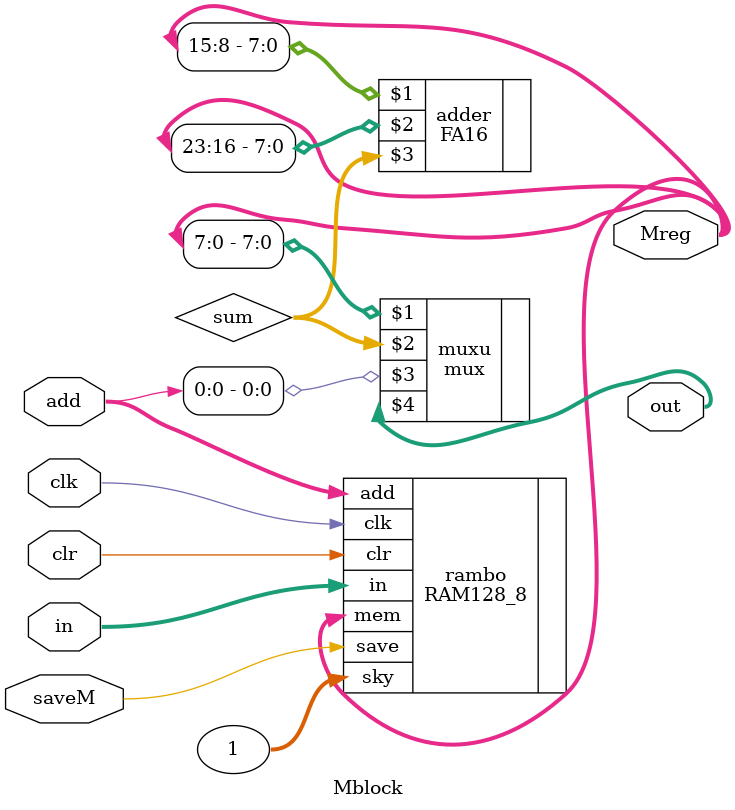
<source format=v>
`timescale 1ns / 1ps


module Mblock(
input [7:0]in,
input [7:0] add,
input saveM,
input clk,
input clr,
output [7:0] out,
output [1023:0] Mreg
    );
   
    
   wire [7:0] sum;
   wire [7:0] empty;
    
     RAM128_8 rambo(
      .in(in),
      .mem(Mreg),
      .add(add),
      .save(saveM),
      .clr(clr),
      .sky(1),
      .clk(clk) );
    FA16 adder (Mreg[15:8],Mreg[23:16],sum);
    mux muxu(Mreg[7:0],sum,add[0],out);
endmodule

</source>
